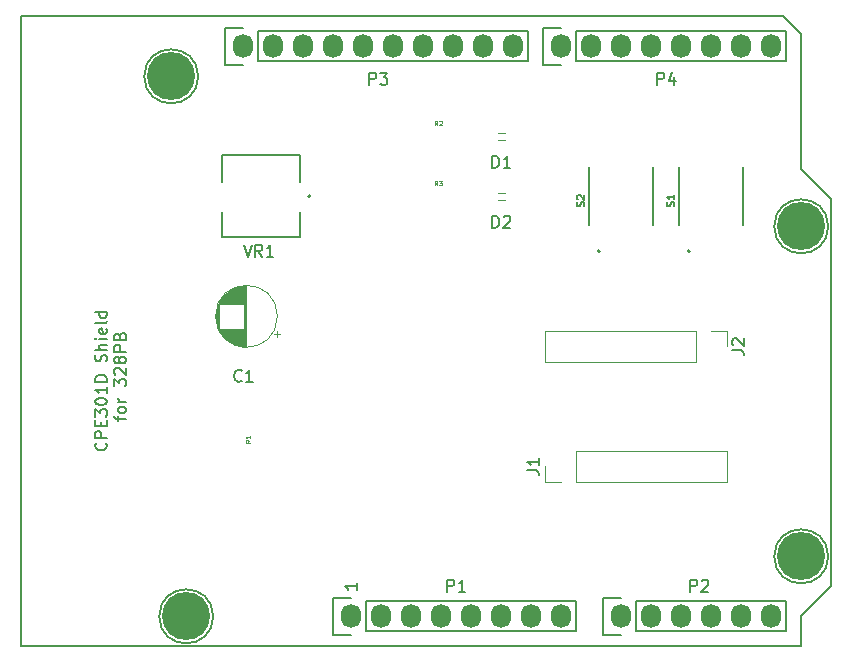
<source format=gto>
%TF.GenerationSoftware,KiCad,Pcbnew,(6.0.2-0)*%
%TF.CreationDate,2022-05-07T22:45:40-07:00*%
%TF.ProjectId,cpe301d_kicad_David_Nakasone,63706533-3031-4645-9f6b-696361645f44,rev?*%
%TF.SameCoordinates,Original*%
%TF.FileFunction,Legend,Top*%
%TF.FilePolarity,Positive*%
%FSLAX46Y46*%
G04 Gerber Fmt 4.6, Leading zero omitted, Abs format (unit mm)*
G04 Created by KiCad (PCBNEW (6.0.2-0)) date 2022-05-07 22:45:40*
%MOMM*%
%LPD*%
G01*
G04 APERTURE LIST*
%TA.AperFunction,Profile*%
%ADD10C,0.150000*%
%TD*%
%ADD11C,0.150000*%
%ADD12C,0.098425*%
%ADD13C,0.120000*%
%ADD14C,0.127000*%
%ADD15C,0.200000*%
%ADD16O,1.727200X2.032000*%
%ADD17C,4.064000*%
G04 APERTURE END LIST*
D10*
X179578000Y-88519000D02*
X177038000Y-85979000D01*
X177038000Y-126365000D02*
X177038000Y-123825000D01*
X177038000Y-74549000D02*
X175514000Y-73025000D01*
X177038000Y-123825000D02*
X179578000Y-121285000D01*
X110998000Y-73025000D02*
X110998000Y-126365000D01*
X179578000Y-121285000D02*
X179578000Y-88519000D01*
X110998000Y-126365000D02*
X177038000Y-126365000D01*
X175514000Y-73025000D02*
X110998000Y-73025000D01*
X177038000Y-85979000D02*
X177038000Y-74549000D01*
D11*
X118170142Y-109147857D02*
X118217761Y-109195476D01*
X118265380Y-109338333D01*
X118265380Y-109433571D01*
X118217761Y-109576428D01*
X118122523Y-109671666D01*
X118027285Y-109719285D01*
X117836809Y-109766904D01*
X117693952Y-109766904D01*
X117503476Y-109719285D01*
X117408238Y-109671666D01*
X117313000Y-109576428D01*
X117265380Y-109433571D01*
X117265380Y-109338333D01*
X117313000Y-109195476D01*
X117360619Y-109147857D01*
X118265380Y-108719285D02*
X117265380Y-108719285D01*
X117265380Y-108338333D01*
X117313000Y-108243095D01*
X117360619Y-108195476D01*
X117455857Y-108147857D01*
X117598714Y-108147857D01*
X117693952Y-108195476D01*
X117741571Y-108243095D01*
X117789190Y-108338333D01*
X117789190Y-108719285D01*
X117741571Y-107719285D02*
X117741571Y-107385952D01*
X118265380Y-107243095D02*
X118265380Y-107719285D01*
X117265380Y-107719285D01*
X117265380Y-107243095D01*
X117265380Y-106909761D02*
X117265380Y-106290714D01*
X117646333Y-106624047D01*
X117646333Y-106481190D01*
X117693952Y-106385952D01*
X117741571Y-106338333D01*
X117836809Y-106290714D01*
X118074904Y-106290714D01*
X118170142Y-106338333D01*
X118217761Y-106385952D01*
X118265380Y-106481190D01*
X118265380Y-106766904D01*
X118217761Y-106862142D01*
X118170142Y-106909761D01*
X117265380Y-105671666D02*
X117265380Y-105576428D01*
X117313000Y-105481190D01*
X117360619Y-105433571D01*
X117455857Y-105385952D01*
X117646333Y-105338333D01*
X117884428Y-105338333D01*
X118074904Y-105385952D01*
X118170142Y-105433571D01*
X118217761Y-105481190D01*
X118265380Y-105576428D01*
X118265380Y-105671666D01*
X118217761Y-105766904D01*
X118170142Y-105814523D01*
X118074904Y-105862142D01*
X117884428Y-105909761D01*
X117646333Y-105909761D01*
X117455857Y-105862142D01*
X117360619Y-105814523D01*
X117313000Y-105766904D01*
X117265380Y-105671666D01*
X118265380Y-104385952D02*
X118265380Y-104957380D01*
X118265380Y-104671666D02*
X117265380Y-104671666D01*
X117408238Y-104766904D01*
X117503476Y-104862142D01*
X117551095Y-104957380D01*
X118265380Y-103957380D02*
X117265380Y-103957380D01*
X117265380Y-103719285D01*
X117313000Y-103576428D01*
X117408238Y-103481190D01*
X117503476Y-103433571D01*
X117693952Y-103385952D01*
X117836809Y-103385952D01*
X118027285Y-103433571D01*
X118122523Y-103481190D01*
X118217761Y-103576428D01*
X118265380Y-103719285D01*
X118265380Y-103957380D01*
X118217761Y-102243095D02*
X118265380Y-102100238D01*
X118265380Y-101862142D01*
X118217761Y-101766904D01*
X118170142Y-101719285D01*
X118074904Y-101671666D01*
X117979666Y-101671666D01*
X117884428Y-101719285D01*
X117836809Y-101766904D01*
X117789190Y-101862142D01*
X117741571Y-102052619D01*
X117693952Y-102147857D01*
X117646333Y-102195476D01*
X117551095Y-102243095D01*
X117455857Y-102243095D01*
X117360619Y-102195476D01*
X117313000Y-102147857D01*
X117265380Y-102052619D01*
X117265380Y-101814523D01*
X117313000Y-101671666D01*
X118265380Y-101243095D02*
X117265380Y-101243095D01*
X118265380Y-100814523D02*
X117741571Y-100814523D01*
X117646333Y-100862142D01*
X117598714Y-100957380D01*
X117598714Y-101100238D01*
X117646333Y-101195476D01*
X117693952Y-101243095D01*
X118265380Y-100338333D02*
X117598714Y-100338333D01*
X117265380Y-100338333D02*
X117313000Y-100385952D01*
X117360619Y-100338333D01*
X117313000Y-100290714D01*
X117265380Y-100338333D01*
X117360619Y-100338333D01*
X118217761Y-99481190D02*
X118265380Y-99576428D01*
X118265380Y-99766904D01*
X118217761Y-99862142D01*
X118122523Y-99909761D01*
X117741571Y-99909761D01*
X117646333Y-99862142D01*
X117598714Y-99766904D01*
X117598714Y-99576428D01*
X117646333Y-99481190D01*
X117741571Y-99433571D01*
X117836809Y-99433571D01*
X117932047Y-99909761D01*
X118265380Y-98862142D02*
X118217761Y-98957380D01*
X118122523Y-99005000D01*
X117265380Y-99005000D01*
X118265380Y-98052619D02*
X117265380Y-98052619D01*
X118217761Y-98052619D02*
X118265380Y-98147857D01*
X118265380Y-98338333D01*
X118217761Y-98433571D01*
X118170142Y-98481190D01*
X118074904Y-98528809D01*
X117789190Y-98528809D01*
X117693952Y-98481190D01*
X117646333Y-98433571D01*
X117598714Y-98338333D01*
X117598714Y-98147857D01*
X117646333Y-98052619D01*
X119208714Y-107266904D02*
X119208714Y-106885952D01*
X119875380Y-107124047D02*
X119018238Y-107124047D01*
X118923000Y-107076428D01*
X118875380Y-106981190D01*
X118875380Y-106885952D01*
X119875380Y-106409761D02*
X119827761Y-106505000D01*
X119780142Y-106552619D01*
X119684904Y-106600238D01*
X119399190Y-106600238D01*
X119303952Y-106552619D01*
X119256333Y-106505000D01*
X119208714Y-106409761D01*
X119208714Y-106266904D01*
X119256333Y-106171666D01*
X119303952Y-106124047D01*
X119399190Y-106076428D01*
X119684904Y-106076428D01*
X119780142Y-106124047D01*
X119827761Y-106171666D01*
X119875380Y-106266904D01*
X119875380Y-106409761D01*
X119875380Y-105647857D02*
X119208714Y-105647857D01*
X119399190Y-105647857D02*
X119303952Y-105600238D01*
X119256333Y-105552619D01*
X119208714Y-105457380D01*
X119208714Y-105362142D01*
X118875380Y-104362142D02*
X118875380Y-103743095D01*
X119256333Y-104076428D01*
X119256333Y-103933571D01*
X119303952Y-103838333D01*
X119351571Y-103790714D01*
X119446809Y-103743095D01*
X119684904Y-103743095D01*
X119780142Y-103790714D01*
X119827761Y-103838333D01*
X119875380Y-103933571D01*
X119875380Y-104219285D01*
X119827761Y-104314523D01*
X119780142Y-104362142D01*
X118970619Y-103362142D02*
X118923000Y-103314523D01*
X118875380Y-103219285D01*
X118875380Y-102981190D01*
X118923000Y-102885952D01*
X118970619Y-102838333D01*
X119065857Y-102790714D01*
X119161095Y-102790714D01*
X119303952Y-102838333D01*
X119875380Y-103409761D01*
X119875380Y-102790714D01*
X119303952Y-102219285D02*
X119256333Y-102314523D01*
X119208714Y-102362142D01*
X119113476Y-102409761D01*
X119065857Y-102409761D01*
X118970619Y-102362142D01*
X118923000Y-102314523D01*
X118875380Y-102219285D01*
X118875380Y-102028809D01*
X118923000Y-101933571D01*
X118970619Y-101885952D01*
X119065857Y-101838333D01*
X119113476Y-101838333D01*
X119208714Y-101885952D01*
X119256333Y-101933571D01*
X119303952Y-102028809D01*
X119303952Y-102219285D01*
X119351571Y-102314523D01*
X119399190Y-102362142D01*
X119494428Y-102409761D01*
X119684904Y-102409761D01*
X119780142Y-102362142D01*
X119827761Y-102314523D01*
X119875380Y-102219285D01*
X119875380Y-102028809D01*
X119827761Y-101933571D01*
X119780142Y-101885952D01*
X119684904Y-101838333D01*
X119494428Y-101838333D01*
X119399190Y-101885952D01*
X119351571Y-101933571D01*
X119303952Y-102028809D01*
X119875380Y-101409761D02*
X118875380Y-101409761D01*
X118875380Y-101028809D01*
X118923000Y-100933571D01*
X118970619Y-100885952D01*
X119065857Y-100838333D01*
X119208714Y-100838333D01*
X119303952Y-100885952D01*
X119351571Y-100933571D01*
X119399190Y-101028809D01*
X119399190Y-101409761D01*
X119351571Y-100076428D02*
X119399190Y-99933571D01*
X119446809Y-99885952D01*
X119542047Y-99838333D01*
X119684904Y-99838333D01*
X119780142Y-99885952D01*
X119827761Y-99933571D01*
X119875380Y-100028809D01*
X119875380Y-100409761D01*
X118875380Y-100409761D01*
X118875380Y-100076428D01*
X118923000Y-99981190D01*
X118970619Y-99933571D01*
X119065857Y-99885952D01*
X119161095Y-99885952D01*
X119256333Y-99933571D01*
X119303952Y-99981190D01*
X119351571Y-100076428D01*
X119351571Y-100409761D01*
X139390380Y-120999285D02*
X139390380Y-121570714D01*
X139390380Y-121285000D02*
X138390380Y-121285000D01*
X138533238Y-121380238D01*
X138628476Y-121475476D01*
X138676095Y-121570714D01*
%TO.C,P1*%
X147089904Y-121737380D02*
X147089904Y-120737380D01*
X147470857Y-120737380D01*
X147566095Y-120785000D01*
X147613714Y-120832619D01*
X147661333Y-120927857D01*
X147661333Y-121070714D01*
X147613714Y-121165952D01*
X147566095Y-121213571D01*
X147470857Y-121261190D01*
X147089904Y-121261190D01*
X148613714Y-121737380D02*
X148042285Y-121737380D01*
X148328000Y-121737380D02*
X148328000Y-120737380D01*
X148232761Y-120880238D01*
X148137523Y-120975476D01*
X148042285Y-121023095D01*
%TO.C,P2*%
X167663904Y-121737380D02*
X167663904Y-120737380D01*
X168044857Y-120737380D01*
X168140095Y-120785000D01*
X168187714Y-120832619D01*
X168235333Y-120927857D01*
X168235333Y-121070714D01*
X168187714Y-121165952D01*
X168140095Y-121213571D01*
X168044857Y-121261190D01*
X167663904Y-121261190D01*
X168616285Y-120832619D02*
X168663904Y-120785000D01*
X168759142Y-120737380D01*
X168997238Y-120737380D01*
X169092476Y-120785000D01*
X169140095Y-120832619D01*
X169187714Y-120927857D01*
X169187714Y-121023095D01*
X169140095Y-121165952D01*
X168568666Y-121737380D01*
X169187714Y-121737380D01*
%TO.C,P3*%
X140485904Y-78811380D02*
X140485904Y-77811380D01*
X140866857Y-77811380D01*
X140962095Y-77859000D01*
X141009714Y-77906619D01*
X141057333Y-78001857D01*
X141057333Y-78144714D01*
X141009714Y-78239952D01*
X140962095Y-78287571D01*
X140866857Y-78335190D01*
X140485904Y-78335190D01*
X141390666Y-77811380D02*
X142009714Y-77811380D01*
X141676380Y-78192333D01*
X141819238Y-78192333D01*
X141914476Y-78239952D01*
X141962095Y-78287571D01*
X142009714Y-78382809D01*
X142009714Y-78620904D01*
X141962095Y-78716142D01*
X141914476Y-78763761D01*
X141819238Y-78811380D01*
X141533523Y-78811380D01*
X141438285Y-78763761D01*
X141390666Y-78716142D01*
%TO.C,P4*%
X164869904Y-78811380D02*
X164869904Y-77811380D01*
X165250857Y-77811380D01*
X165346095Y-77859000D01*
X165393714Y-77906619D01*
X165441333Y-78001857D01*
X165441333Y-78144714D01*
X165393714Y-78239952D01*
X165346095Y-78287571D01*
X165250857Y-78335190D01*
X164869904Y-78335190D01*
X166298476Y-78144714D02*
X166298476Y-78811380D01*
X166060380Y-77763761D02*
X165822285Y-78478047D01*
X166441333Y-78478047D01*
%TO.C,J2*%
X171200380Y-101298333D02*
X171914666Y-101298333D01*
X172057523Y-101345952D01*
X172152761Y-101441190D01*
X172200380Y-101584047D01*
X172200380Y-101679285D01*
X171295619Y-100869761D02*
X171248000Y-100822142D01*
X171200380Y-100726904D01*
X171200380Y-100488809D01*
X171248000Y-100393571D01*
X171295619Y-100345952D01*
X171390857Y-100298333D01*
X171486095Y-100298333D01*
X171628952Y-100345952D01*
X172200380Y-100917380D01*
X172200380Y-100298333D01*
D12*
%TO.C,R3*%
X146232383Y-87343102D02*
X146101149Y-87155626D01*
X146007411Y-87343102D02*
X146007411Y-86949401D01*
X146157392Y-86949401D01*
X146194887Y-86968149D01*
X146213635Y-86986897D01*
X146232383Y-87024392D01*
X146232383Y-87080635D01*
X146213635Y-87118130D01*
X146194887Y-87136878D01*
X146157392Y-87155626D01*
X146007411Y-87155626D01*
X146363616Y-86949401D02*
X146607336Y-86949401D01*
X146476102Y-87099383D01*
X146532345Y-87099383D01*
X146569841Y-87118130D01*
X146588588Y-87136878D01*
X146607336Y-87174373D01*
X146607336Y-87268112D01*
X146588588Y-87305607D01*
X146569841Y-87324355D01*
X146532345Y-87343102D01*
X146419859Y-87343102D01*
X146382364Y-87324355D01*
X146363616Y-87305607D01*
D11*
%TO.C,J1*%
X153840380Y-111458333D02*
X154554666Y-111458333D01*
X154697523Y-111505952D01*
X154792761Y-111601190D01*
X154840380Y-111744047D01*
X154840380Y-111839285D01*
X154840380Y-110458333D02*
X154840380Y-111029761D01*
X154840380Y-110744047D02*
X153840380Y-110744047D01*
X153983238Y-110839285D01*
X154078476Y-110934523D01*
X154126095Y-111029761D01*
%TO.C,D1*%
X150899904Y-85837380D02*
X150899904Y-84837380D01*
X151138000Y-84837380D01*
X151280857Y-84885000D01*
X151376095Y-84980238D01*
X151423714Y-85075476D01*
X151471333Y-85265952D01*
X151471333Y-85408809D01*
X151423714Y-85599285D01*
X151376095Y-85694523D01*
X151280857Y-85789761D01*
X151138000Y-85837380D01*
X150899904Y-85837380D01*
X152423714Y-85837380D02*
X151852285Y-85837380D01*
X152138000Y-85837380D02*
X152138000Y-84837380D01*
X152042761Y-84980238D01*
X151947523Y-85075476D01*
X151852285Y-85123095D01*
%TO.C,D2*%
X150899904Y-90917380D02*
X150899904Y-89917380D01*
X151138000Y-89917380D01*
X151280857Y-89965000D01*
X151376095Y-90060238D01*
X151423714Y-90155476D01*
X151471333Y-90345952D01*
X151471333Y-90488809D01*
X151423714Y-90679285D01*
X151376095Y-90774523D01*
X151280857Y-90869761D01*
X151138000Y-90917380D01*
X150899904Y-90917380D01*
X151852285Y-90012619D02*
X151899904Y-89965000D01*
X151995142Y-89917380D01*
X152233238Y-89917380D01*
X152328476Y-89965000D01*
X152376095Y-90012619D01*
X152423714Y-90107857D01*
X152423714Y-90203095D01*
X152376095Y-90345952D01*
X151804666Y-90917380D01*
X152423714Y-90917380D01*
D12*
%TO.C,R2*%
X146232383Y-82263102D02*
X146101149Y-82075626D01*
X146007411Y-82263102D02*
X146007411Y-81869401D01*
X146157392Y-81869401D01*
X146194887Y-81888149D01*
X146213635Y-81906897D01*
X146232383Y-81944392D01*
X146232383Y-82000635D01*
X146213635Y-82038130D01*
X146194887Y-82056878D01*
X146157392Y-82075626D01*
X146007411Y-82075626D01*
X146382364Y-81906897D02*
X146401112Y-81888149D01*
X146438607Y-81869401D01*
X146532345Y-81869401D01*
X146569841Y-81888149D01*
X146588588Y-81906897D01*
X146607336Y-81944392D01*
X146607336Y-81981887D01*
X146588588Y-82038130D01*
X146363616Y-82263102D01*
X146607336Y-82263102D01*
D11*
%TO.C,C1*%
X129661333Y-103862142D02*
X129613714Y-103909761D01*
X129470857Y-103957380D01*
X129375619Y-103957380D01*
X129232761Y-103909761D01*
X129137523Y-103814523D01*
X129089904Y-103719285D01*
X129042285Y-103528809D01*
X129042285Y-103385952D01*
X129089904Y-103195476D01*
X129137523Y-103100238D01*
X129232761Y-103005000D01*
X129375619Y-102957380D01*
X129470857Y-102957380D01*
X129613714Y-103005000D01*
X129661333Y-103052619D01*
X130613714Y-103957380D02*
X130042285Y-103957380D01*
X130328000Y-103957380D02*
X130328000Y-102957380D01*
X130232761Y-103100238D01*
X130137523Y-103195476D01*
X130042285Y-103243095D01*
%TO.C,S2*%
X158650647Y-89120619D02*
X158681123Y-89029190D01*
X158681123Y-88876809D01*
X158650647Y-88815857D01*
X158620171Y-88785380D01*
X158559219Y-88754904D01*
X158498266Y-88754904D01*
X158437314Y-88785380D01*
X158406838Y-88815857D01*
X158376361Y-88876809D01*
X158345885Y-88998714D01*
X158315409Y-89059666D01*
X158284933Y-89090142D01*
X158223980Y-89120619D01*
X158163028Y-89120619D01*
X158102076Y-89090142D01*
X158071600Y-89059666D01*
X158041123Y-88998714D01*
X158041123Y-88846333D01*
X158071600Y-88754904D01*
X158102076Y-88511095D02*
X158071600Y-88480619D01*
X158041123Y-88419666D01*
X158041123Y-88267285D01*
X158071600Y-88206333D01*
X158102076Y-88175857D01*
X158163028Y-88145380D01*
X158223980Y-88145380D01*
X158315409Y-88175857D01*
X158681123Y-88541571D01*
X158681123Y-88145380D01*
%TO.C,S1*%
X166270647Y-89120619D02*
X166301123Y-89029190D01*
X166301123Y-88876809D01*
X166270647Y-88815857D01*
X166240171Y-88785380D01*
X166179219Y-88754904D01*
X166118266Y-88754904D01*
X166057314Y-88785380D01*
X166026838Y-88815857D01*
X165996361Y-88876809D01*
X165965885Y-88998714D01*
X165935409Y-89059666D01*
X165904933Y-89090142D01*
X165843980Y-89120619D01*
X165783028Y-89120619D01*
X165722076Y-89090142D01*
X165691600Y-89059666D01*
X165661123Y-88998714D01*
X165661123Y-88846333D01*
X165691600Y-88754904D01*
X166301123Y-88145380D02*
X166301123Y-88511095D01*
X166301123Y-88328238D02*
X165661123Y-88328238D01*
X165752552Y-88389190D01*
X165813504Y-88450142D01*
X165843980Y-88511095D01*
D12*
%TO.C,R1*%
X130396102Y-108910616D02*
X130208626Y-109041850D01*
X130396102Y-109135588D02*
X130002401Y-109135588D01*
X130002401Y-108985607D01*
X130021149Y-108948112D01*
X130039897Y-108929364D01*
X130077392Y-108910616D01*
X130133635Y-108910616D01*
X130171130Y-108929364D01*
X130189878Y-108948112D01*
X130208626Y-108985607D01*
X130208626Y-109135588D01*
X130396102Y-108535663D02*
X130396102Y-108760635D01*
X130396102Y-108648149D02*
X130002401Y-108648149D01*
X130058644Y-108685644D01*
X130096140Y-108723140D01*
X130114887Y-108760635D01*
D11*
%TO.C,VR1*%
X129829397Y-92363661D02*
X130163649Y-93366417D01*
X130497901Y-92363661D01*
X131405156Y-93366417D02*
X131070904Y-92888914D01*
X130832153Y-93366417D02*
X130832153Y-92363661D01*
X131214155Y-92363661D01*
X131309656Y-92411412D01*
X131357406Y-92459162D01*
X131405156Y-92554662D01*
X131405156Y-92697913D01*
X131357406Y-92793414D01*
X131309656Y-92841164D01*
X131214155Y-92888914D01*
X130832153Y-92888914D01*
X132360162Y-93366417D02*
X131787158Y-93366417D01*
X132073660Y-93366417D02*
X132073660Y-92363661D01*
X131978160Y-92506912D01*
X131882659Y-92602413D01*
X131787158Y-92650163D01*
%TO.C,P1*%
X157988000Y-125095000D02*
X157988000Y-122555000D01*
X140208000Y-125095000D02*
X157988000Y-125095000D01*
X157988000Y-122555000D02*
X140208000Y-122555000D01*
X138938000Y-122275000D02*
X137388000Y-122275000D01*
X137388000Y-122275000D02*
X137388000Y-125375000D01*
X137388000Y-125375000D02*
X138938000Y-125375000D01*
X140208000Y-125095000D02*
X140208000Y-122555000D01*
%TO.C,P2*%
X163068000Y-125095000D02*
X163068000Y-122555000D01*
X161798000Y-122275000D02*
X160248000Y-122275000D01*
X175768000Y-122555000D02*
X163068000Y-122555000D01*
X163068000Y-125095000D02*
X175768000Y-125095000D01*
X175768000Y-125095000D02*
X175768000Y-122555000D01*
X160248000Y-122275000D02*
X160248000Y-125375000D01*
X160248000Y-125375000D02*
X161798000Y-125375000D01*
%TO.C,P3*%
X128244000Y-74015000D02*
X128244000Y-77115000D01*
X131064000Y-76835000D02*
X153924000Y-76835000D01*
X153924000Y-76835000D02*
X153924000Y-74295000D01*
X153924000Y-74295000D02*
X131064000Y-74295000D01*
X129794000Y-74015000D02*
X128244000Y-74015000D01*
X128244000Y-77115000D02*
X129794000Y-77115000D01*
X131064000Y-76835000D02*
X131064000Y-74295000D01*
%TO.C,P4*%
X175768000Y-74295000D02*
X157988000Y-74295000D01*
X155168000Y-77115000D02*
X156718000Y-77115000D01*
X157988000Y-76835000D02*
X175768000Y-76835000D01*
X157988000Y-76835000D02*
X157988000Y-74295000D01*
X156718000Y-74015000D02*
X155168000Y-74015000D01*
X175768000Y-76835000D02*
X175768000Y-74295000D01*
X155168000Y-74015000D02*
X155168000Y-77115000D01*
%TO.C,P5*%
X127254000Y-123825000D02*
G75*
G03*
X127254000Y-123825000I-2286000J0D01*
G01*
%TO.C,P6*%
X179324000Y-118745000D02*
G75*
G03*
X179324000Y-118745000I-2286000J0D01*
G01*
%TO.C,P7*%
X125984000Y-78105000D02*
G75*
G03*
X125984000Y-78105000I-2286000J0D01*
G01*
%TO.C,P8*%
X179324000Y-90805000D02*
G75*
G03*
X179324000Y-90805000I-2286000J0D01*
G01*
D13*
%TO.C,J2*%
X155388000Y-99635000D02*
X155388000Y-102295000D01*
X168148000Y-99635000D02*
X155388000Y-99635000D01*
X169418000Y-99635000D02*
X170748000Y-99635000D01*
X168148000Y-99635000D02*
X168148000Y-102295000D01*
X168148000Y-102295000D02*
X155388000Y-102295000D01*
X170748000Y-99635000D02*
X170748000Y-100965000D01*
%TO.C,J1*%
X155388000Y-112455000D02*
X155388000Y-111125000D01*
X157988000Y-112455000D02*
X157988000Y-109795000D01*
X157988000Y-112455000D02*
X170748000Y-112455000D01*
X157988000Y-109795000D02*
X170748000Y-109795000D01*
X156718000Y-112455000D02*
X155388000Y-112455000D01*
X170748000Y-112455000D02*
X170748000Y-109795000D01*
%TO.C,D1*%
X151938000Y-82885000D02*
X151338000Y-82885000D01*
X151938000Y-83485000D02*
X151338000Y-83485000D01*
%TO.C,D2*%
X151938000Y-87965000D02*
X151338000Y-87965000D01*
X151938000Y-88565000D02*
X151338000Y-88565000D01*
%TO.C,C1*%
X129748000Y-97385000D02*
X129748000Y-95864000D01*
X127787000Y-97385000D02*
X127787000Y-97174000D01*
X128987000Y-97385000D02*
X128987000Y-96077000D01*
X127987000Y-99979000D02*
X127987000Y-99465000D01*
X129147000Y-100839000D02*
X129147000Y-99465000D01*
X127467000Y-98709000D02*
X127467000Y-98141000D01*
X128747000Y-100649000D02*
X128747000Y-99465000D01*
X129147000Y-97385000D02*
X129147000Y-96011000D01*
X127627000Y-99340000D02*
X127627000Y-97510000D01*
X128827000Y-97385000D02*
X128827000Y-96157000D01*
X128067000Y-100078000D02*
X128067000Y-99465000D01*
X129788000Y-100990000D02*
X129788000Y-99465000D01*
X128587000Y-100547000D02*
X128587000Y-99465000D01*
X129107000Y-100823000D02*
X129107000Y-99465000D01*
X129347000Y-100905000D02*
X129347000Y-99465000D01*
X129628000Y-100968000D02*
X129628000Y-99465000D01*
X127947000Y-97385000D02*
X127947000Y-96925000D01*
X127707000Y-99523000D02*
X127707000Y-97327000D01*
X129468000Y-100936000D02*
X129468000Y-99465000D01*
X129388000Y-100916000D02*
X129388000Y-99465000D01*
X128027000Y-100030000D02*
X128027000Y-99465000D01*
X129628000Y-97385000D02*
X129628000Y-95882000D01*
X128347000Y-97385000D02*
X128347000Y-96488000D01*
X128987000Y-100773000D02*
X128987000Y-99465000D01*
X128787000Y-97385000D02*
X128787000Y-96178000D01*
X129508000Y-100945000D02*
X129508000Y-99465000D01*
X130028000Y-101005000D02*
X130028000Y-95845000D01*
X128907000Y-100735000D02*
X128907000Y-99465000D01*
X128147000Y-97385000D02*
X128147000Y-96682000D01*
X127987000Y-97385000D02*
X127987000Y-96871000D01*
X129708000Y-97385000D02*
X129708000Y-95869000D01*
X128427000Y-100429000D02*
X128427000Y-99465000D01*
X128627000Y-97385000D02*
X128627000Y-96276000D01*
X128867000Y-97385000D02*
X128867000Y-96135000D01*
X128267000Y-100289000D02*
X128267000Y-99465000D01*
X128547000Y-100520000D02*
X128547000Y-99465000D01*
X129828000Y-97385000D02*
X129828000Y-95856000D01*
X129027000Y-100790000D02*
X129027000Y-99465000D01*
X127667000Y-99436000D02*
X127667000Y-97414000D01*
X128427000Y-97385000D02*
X128427000Y-96421000D01*
X128027000Y-97385000D02*
X128027000Y-96820000D01*
X128667000Y-97385000D02*
X128667000Y-96250000D01*
X127867000Y-97385000D02*
X127867000Y-97042000D01*
X127507000Y-98943000D02*
X127507000Y-97907000D01*
X128107000Y-100124000D02*
X128107000Y-99465000D01*
X127827000Y-97385000D02*
X127827000Y-97106000D01*
X128787000Y-100672000D02*
X128787000Y-99465000D01*
X129548000Y-97385000D02*
X129548000Y-95897000D01*
X128547000Y-97385000D02*
X128547000Y-96330000D01*
X129668000Y-97385000D02*
X129668000Y-95875000D01*
X127587000Y-99230000D02*
X127587000Y-97620000D01*
X129428000Y-97385000D02*
X129428000Y-95924000D01*
X128187000Y-97385000D02*
X128187000Y-96640000D01*
X129227000Y-97385000D02*
X129227000Y-95983000D01*
X127907000Y-97385000D02*
X127907000Y-96982000D01*
X129868000Y-100998000D02*
X129868000Y-95852000D01*
X128227000Y-97385000D02*
X128227000Y-96599000D01*
X129668000Y-100975000D02*
X129668000Y-99465000D01*
X128707000Y-100625000D02*
X128707000Y-99465000D01*
X128067000Y-97385000D02*
X128067000Y-96772000D01*
X127547000Y-99102000D02*
X127547000Y-97748000D01*
X128507000Y-100490000D02*
X128507000Y-99465000D01*
X128947000Y-100754000D02*
X128947000Y-99465000D01*
X128707000Y-97385000D02*
X128707000Y-96225000D01*
X128867000Y-100715000D02*
X128867000Y-99465000D01*
X128507000Y-97385000D02*
X128507000Y-96360000D01*
X129788000Y-97385000D02*
X129788000Y-95860000D01*
X127907000Y-99868000D02*
X127907000Y-99465000D01*
X128747000Y-97385000D02*
X128747000Y-96201000D01*
X128107000Y-97385000D02*
X128107000Y-96726000D01*
X129828000Y-100994000D02*
X129828000Y-99465000D01*
X128627000Y-100574000D02*
X128627000Y-99465000D01*
X129187000Y-97385000D02*
X129187000Y-95997000D01*
X129388000Y-97385000D02*
X129388000Y-95934000D01*
X128947000Y-97385000D02*
X128947000Y-96096000D01*
X129107000Y-97385000D02*
X129107000Y-96027000D01*
X129027000Y-97385000D02*
X129027000Y-96060000D01*
X128307000Y-97385000D02*
X128307000Y-96524000D01*
X129267000Y-97385000D02*
X129267000Y-95970000D01*
X129347000Y-97385000D02*
X129347000Y-95945000D01*
X129708000Y-100981000D02*
X129708000Y-99465000D01*
X128667000Y-100600000D02*
X128667000Y-99465000D01*
X129508000Y-97385000D02*
X129508000Y-95905000D01*
X129187000Y-100853000D02*
X129187000Y-99465000D01*
X132622775Y-100150000D02*
X132622775Y-99650000D01*
X128307000Y-100326000D02*
X128307000Y-99465000D01*
X129067000Y-100807000D02*
X129067000Y-99465000D01*
X127747000Y-99603000D02*
X127747000Y-97247000D01*
X129267000Y-100880000D02*
X129267000Y-99465000D01*
X128907000Y-97385000D02*
X128907000Y-96115000D01*
X127947000Y-99925000D02*
X127947000Y-99465000D01*
X130068000Y-101005000D02*
X130068000Y-95845000D01*
X132872775Y-99900000D02*
X132372775Y-99900000D01*
X129307000Y-97385000D02*
X129307000Y-95957000D01*
X128467000Y-97385000D02*
X128467000Y-96390000D01*
X129468000Y-97385000D02*
X129468000Y-95914000D01*
X128227000Y-100251000D02*
X128227000Y-99465000D01*
X129588000Y-100961000D02*
X129588000Y-99465000D01*
X129307000Y-100893000D02*
X129307000Y-99465000D01*
X129428000Y-100926000D02*
X129428000Y-99465000D01*
X129588000Y-97385000D02*
X129588000Y-95889000D01*
X128467000Y-100460000D02*
X128467000Y-99465000D01*
X129067000Y-97385000D02*
X129067000Y-96043000D01*
X129748000Y-100986000D02*
X129748000Y-99465000D01*
X128187000Y-100210000D02*
X128187000Y-99465000D01*
X127787000Y-99676000D02*
X127787000Y-99465000D01*
X127867000Y-99808000D02*
X127867000Y-99465000D01*
X128387000Y-97385000D02*
X128387000Y-96454000D01*
X128827000Y-100693000D02*
X128827000Y-99465000D01*
X128587000Y-97385000D02*
X128587000Y-96303000D01*
X128347000Y-100362000D02*
X128347000Y-99465000D01*
X129908000Y-101001000D02*
X129908000Y-95849000D01*
X127827000Y-99744000D02*
X127827000Y-99465000D01*
X129988000Y-101004000D02*
X129988000Y-95846000D01*
X129948000Y-101003000D02*
X129948000Y-95847000D01*
X128387000Y-100396000D02*
X128387000Y-99465000D01*
X129548000Y-100953000D02*
X129548000Y-99465000D01*
X129227000Y-100867000D02*
X129227000Y-99465000D01*
X128267000Y-97385000D02*
X128267000Y-96561000D01*
X128147000Y-100168000D02*
X128147000Y-99465000D01*
X132688000Y-98425000D02*
G75*
G03*
X132688000Y-98425000I-2620000J0D01*
G01*
D14*
%TO.C,S2*%
X159078000Y-85815000D02*
X159078000Y-90715000D01*
X164518000Y-85815000D02*
X164518000Y-90715000D01*
D15*
X159998000Y-92915000D02*
G75*
G03*
X159998000Y-92915000I-100000J0D01*
G01*
D14*
%TO.C,S1*%
X166698000Y-85815000D02*
X166698000Y-90715000D01*
X172138000Y-85815000D02*
X172138000Y-90715000D01*
D15*
X167618000Y-92915000D02*
G75*
G03*
X167618000Y-92915000I-100000J0D01*
G01*
D14*
%TO.C,VR1*%
X134618000Y-84745000D02*
X134618000Y-87030000D01*
X128018000Y-87030000D02*
X128018000Y-84745000D01*
X128018000Y-91735000D02*
X128018000Y-89570000D01*
X134618000Y-91735000D02*
X128018000Y-91735000D01*
X128018000Y-84735000D02*
X134618000Y-84735000D01*
X134618000Y-89570000D02*
X134618000Y-91735000D01*
D15*
X135482000Y-88265000D02*
G75*
G03*
X135482000Y-88265000I-100000J0D01*
G01*
%TD*%
D16*
%TO.C,P1*%
X138938000Y-123825000D03*
X141478000Y-123825000D03*
X144018000Y-123825000D03*
X146558000Y-123825000D03*
X149098000Y-123825000D03*
X151638000Y-123825000D03*
X154178000Y-123825000D03*
X156718000Y-123825000D03*
%TD*%
%TO.C,P2*%
X161798000Y-123825000D03*
X164338000Y-123825000D03*
X166878000Y-123825000D03*
X169418000Y-123825000D03*
X171958000Y-123825000D03*
X174498000Y-123825000D03*
%TD*%
%TO.C,P3*%
X129794000Y-75565000D03*
X132334000Y-75565000D03*
X134874000Y-75565000D03*
X137414000Y-75565000D03*
X139954000Y-75565000D03*
X142494000Y-75565000D03*
X145034000Y-75565000D03*
X147574000Y-75565000D03*
X150114000Y-75565000D03*
X152654000Y-75565000D03*
%TD*%
%TO.C,P4*%
X156718000Y-75565000D03*
X159258000Y-75565000D03*
X161798000Y-75565000D03*
X164338000Y-75565000D03*
X166878000Y-75565000D03*
X169418000Y-75565000D03*
X171958000Y-75565000D03*
X174498000Y-75565000D03*
%TD*%
D17*
%TO.C,P5*%
X124968000Y-123825000D03*
%TD*%
%TO.C,P6*%
X177038000Y-118745000D03*
%TD*%
%TO.C,P7*%
X123698000Y-78105000D03*
%TD*%
%TO.C,P8*%
X177038000Y-90805000D03*
%TD*%
M02*

</source>
